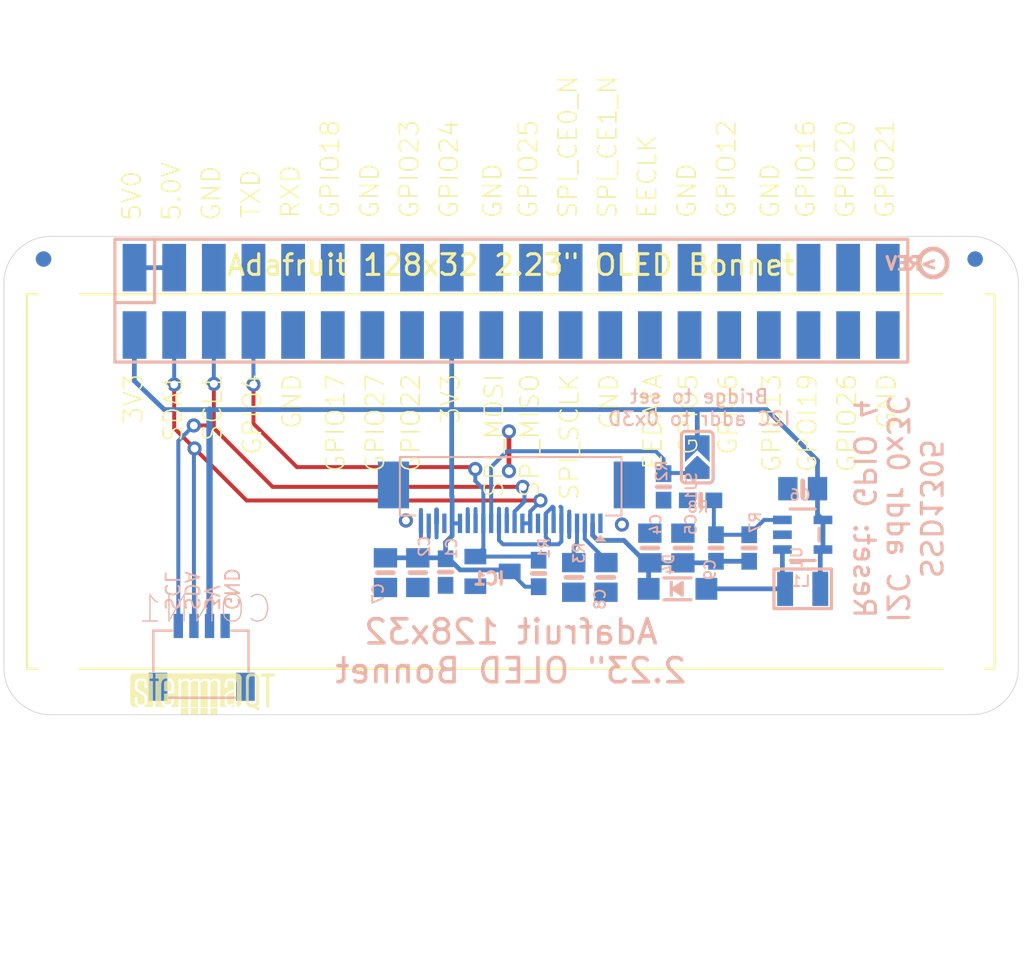
<source format=kicad_pcb>
(kicad_pcb (version 20211014) (generator pcbnew)
  (layers (0 "F.Cu" signal) (31 "B.Cu" signal) (34 "B.Paste" user) (35 "F.Paste" user) (36 "B.SilkS" user "B.Silkscreen") (37 "F.SilkS" user "F.Silkscreen") (38 "B.Mask" user) (39 "F.Mask" user) (44 "Edge.Cuts" user))
  (net 0 "")
  (net 1 "SCL")
  (net 2 "SDA")
  (net 3 "GND")
  (net 4 "RST")
  (net 5 "3.3V")
  (net 6 "5.0V")
  (net 7 "N$12")
  (net 8 "N$5")
  (net 9 "N$8")
  (net 10 "12V")
  (net 11 "N$2")
  (net 12 "SA0")
  (footprint "boardEagle:PI_BONNET_SMT" (layer "F.Cu") (at 116.0011 120.3338)
    (fp_text reference "RPI1" hide)
    (fp_text value "RASPBERRYPI_BPLUS_BONNETSMT" hide)
    (fp_text user "GND" (at 17.7676 -21.9334 90) (layer "F.SilkS") (effects (font (size 1.1684 1.1684) (thickness 0.1016)) (justify right top)))
    (fp_text user "GPIO12" (at 46.9776 -31.7378 90) (layer "F.SilkS") (effects (font (size 1.1684 1.1684) (thickness 0.1016)) (justify left bottom)))
    (fp_text user "3V3" (at 7.6076 -21.9334 90) (layer "F.SilkS") (effects (font (size 1.1684 1.1684) (thickness 0.1016)) (justify right top)))
    (fp_text user "GPIO17" (at 20.5616 -21.9334 90) (layer "F.SilkS") (effects (font (size 1.1684 1.1684) (thickness 0.1016)) (justify right top)))
    (fp_text user "SPI_MOSI" (at 30.7216 -21.9334 90) (layer "F.SilkS") (effects (font (size 1.1684 1.1684) (thickness 0.1016)) (justify right top)))
    (fp_text user "GPIO4" (at 15.2276 -21.9334 90) (layer "F.SilkS") (effects (font (size 1.1684 1.1684) (thickness 0.1016)) (justify right top)))
    (fp_text user "GPIO21" (at 57.1376 -31.7378 90) (layer "F.SilkS") (effects (font (size 1.1684 1.1684) (thickness 0.1016)) (justify left bottom)))
    (fp_text user "GPIO18" (at 21.5776 -31.7378 90) (layer "F.SilkS") (effects (font (size 1.1684 1.1684) (thickness 0.1016)) (justify left bottom)))
    (fp_text user "5V0" (at 8.8776 -31.5854 90) (layer "F.SilkS") (effects (font (size 1.1684 1.1684) (thickness 0.1016)) (justify left bottom)))
    (fp_text user "SPI_CE1_N" (at 39.3576 -31.7378 90) (layer "F.SilkS") (effects (font (size 1.1684 1.1684) (thickness 0.1016)) (justify left bottom)))
    (fp_text user "GPIO27" (at 23.1016 -21.9334 90) (layer "F.SilkS") (effects (font (size 1.1684 1.1684) (thickness 0.1016)) (justify right top)))
    (fp_text user "SCL1" (at 12.6876 -21.9334 90) (layer "F.SilkS") (effects (font (size 1.1684 1.1684) (thickness 0.1016)) (justify right top)))
    (fp_text user "3V3" (at 27.9276 -21.9334 90) (layer "F.SilkS") (effects (font (size 1.1684 1.1684) (thickness 0.1016)) (justify right top)))
    (fp_text user "GPIO20" (at 54.5976 -31.7378 90) (layer "F.SilkS") (effects (font (size 1.1684 1.1684) (thickness 0.1016)) (justify left bottom)))
    (fp_text user "EECLK" (at 41.8976 -31.7378 90) (layer "F.SilkS") (effects (font (size 1.1684 1.1684) (thickness 0.1016)) (justify left bottom)))
    (fp_text user "SDA1" (at 10.1476 -21.9334 90) (layer "F.SilkS") (effects (font (size 1.1684 1.1684) (thickness 0.1016)) (justify right top)))
    (fp_text user "GPIO26" (at 53.3276 -21.9334 90) (layer "F.SilkS") (effects (font (size 1.1684 1.1684) (thickness 0.1016)) (justify right top)))
    (fp_text user "GND" (at 38.0876 -21.9334 90) (layer "F.SilkS") (effects (font (size 1.1684 1.1684) (thickness 0.1016)) (justify right top)))
    (fp_text user "TXD" (at 16.4976 -31.7378 90) (layer "F.SilkS") (effects (font (size 1.1684 1.1684) (thickness 0.1016)) (justify left bottom)))
    (fp_text user "GND" (at 24.1176 -31.7378 90) (layer "F.SilkS") (effects (font (size 1.1684 1.1684) (thickness 0.1016)) (justify left bottom)))
    (fp_text user "EEDATA" (at 40.8816 -21.9334 90) (layer "F.SilkS") (effects (font (size 1.1684 1.1684) (thickness 0.1016)) (justify right top)))
    (fp_text user "GPIO13" (at 48.5016 -21.9334 90) (layer "F.SilkS") (effects (font (size 1.1684 1.1684) (thickness 0.1016)) (justify right top)))
    (fp_text user "GPIO5" (at 43.1676 -21.9334 90) (layer "F.SilkS") (effects (font (size 1.1684 1.1684) (thickness 0.1016)) (justify right top)))
    (fp_text user "5.0V" (at 11.4176 -31.5854 90) (layer "F.SilkS") (effects (font (size 1.1684 1.1684) (thickness 0.1016)) (justify left bottom)))
    (fp_text user "GPIO25" (at 34.2776 -31.7378 90) (layer "F.SilkS") (effects (font (size 1.1684 1.1684) (thickness 0.1016)) (justify left bottom)))
    (fp_text user "GPIO22" (at 25.3876 -21.9334 90) (layer "F.SilkS") (effects (font (size 1.1684 1.1684) (thickness 0.1016)) (justify right top)))
    (fp_text user "GPIO6" (at 45.7076 -21.9334 90) (layer "F.SilkS") (effects (font (size 1.1684 1.1684) (thickness 0.1016)) (justify right top)))
    (fp_text user "GPOI19" (at 50.7876 -21.9334 90) (layer "F.SilkS") (effects (font (size 1.1684 1.1684) (thickness 0.1016)) (justify right top)))
    (fp_text user "GND" (at 44.4376 -31.7378 90) (layer "F.SilkS") (effects (font (size 1.1684 1.1684) (thickness 0.1016)) (justify left bottom)))
    (fp_text user "GND" (at 49.7716 -31.7378 90) (layer "F.SilkS") (effects (font (size 1.1684 1.1684) (thickness 0.1016)) (justify left bottom)))
    (fp_text user "GPIO16" (at 52.0576 -31.7378 90) (layer "F.SilkS") (effects (font (size 1.1684 1.1684) (thickness 0.1016)) (justify left bottom)))
    (fp_text user "RXD" (at 19.0376 -31.7378 90) (layer "F.SilkS") (effects (font (size 1.1684 1.1684) (thickness 0.1016)) (justify left bottom)))
    (fp_text user "GND" (at 13.9576 -31.5854 90) (layer "F.SilkS") (effects (font (size 1.1684 1.1684) (thickness 0.1016)) (justify left bottom)))
    (fp_text user "SPI_SCLK" (at 35.5476 -21.9334 90) (layer "F.SilkS") (effects (font (size 1.1684 1.1684) (thickness 0.1016)) (justify right top)))
    (fp_text user "SPI_MISO" (at 33.0076 -21.9334 90) (layer "F.SilkS") (effects (font (size 1.1684 1.1684) (thickness 0.1016)) (justify right top)))
    (fp_text user "GND" (at 31.9916 -31.7378 90) (layer "F.SilkS") (effects (font (size 1.1684 1.1684) (thickness 0.1016)) (justify left bottom)))
    (fp_text user "GPIO23" (at 26.6576 -31.7378 90) (layer "F.SilkS") (effects (font (size 1.1684 1.1684) (thickness 0.1016)) (justify left bottom)))
    (fp_text user "SPI_CE0_N" (at 36.8176 -31.7378 90) (layer "F.SilkS") (effects (font (size 1.1684 1.1684) (thickness 0.1016)) (justify left bottom)))
    (fp_text user "GND" (at 55.8676 -21.9334 90) (layer "F.SilkS") (effects (font (size 1.1684 1.1684) (thickness 0.1016)) (justify right top)))
    (fp_text user "GPIO24" (at 29.1976 -31.7378 90) (layer "F.SilkS") (effects (font (size 1.1684 1.1684) (thickness 0.1016)) (justify left bottom)))
    (fp_line (start 3 0) (end 62 0) (layer "Edge.Cuts") (width 0.05))
    (fp_line (start 62 -30.6604) (end 3 -30.6604) (layer "Edge.Cuts") (width 0.05))
    (fp_line (start 0 -27.6604) (end 0 -3) (layer "Edge.Cuts") (width 0.05))
    (fp_line (start 65 -3) (end 65 -27.6604) (layer "Edge.Cuts") (width 0.05))
    (fp_arc (start 62 -30.6604) (mid 64.12132 -29.78172) (end 65 -27.6604) (layer "Edge.Cuts") (width 0.05))
    (fp_arc (start 3 0) (mid 0.87868 -0.87868) (end 0 -3) (layer "Edge.Cuts") (width 0.05))
    (fp_arc (start 65 -3) (mid 64.12132 -0.87868) (end 62 0) (layer "Edge.Cuts") (width 0.05))
    (fp_arc (start 0 -27.6604) (mid 0.87868 -29.78172) (end 3 -30.6604) (layer "Edge.Cuts") (width 0.05))
    (pad "" np_thru_hole circle (at 3.5 -26.5) (size 2.8 2.8) (drill 2.8) (layers *.Cu *.Mask))
    (pad "" np_thru_hole circle (at 61.5 -26.5) (size 2.8 2.8) (drill 2.8) (layers *.Cu *.Mask))
    (pad "" np_thru_hole circle (at 3.5 -3.5) (size 2.8 2.8) (drill 2.8) (layers *.Cu *.Mask))
    (pad "" np_thru_hole circle (at 61.5 -3.5) (size 2.8 2.8) (drill 2.8) (layers *.Cu *.Mask))
    (pad "1" smd rect (at 8.3696 -24.3394 270) (size 3.048 1.524) (layers "B.Cu" "B.Paste" "B.Mask") (net 5 "3.3V"))
    (pad "2" smd rect (at 8.3696 -28.6574 270) (size 3.048 1.524) (layers "B.Cu" "B.Paste" "B.Mask") (net 6 "5.0V"))
    (pad "3" smd rect (at 10.9096 -24.3394 90) (size 3.048 1.524) (layers "B.Cu" "B.Paste" "B.Mask") (net 2 "SDA"))
    (pad "4" smd rect (at 10.9096 -28.6574 270) (size 3.048 1.524) (layers "B.Cu" "B.Paste" "B.Mask") (net 6 "5.0V"))
    (pad "5" smd rect (at 13.4496 -24.3394 90) (size 3.048 1.524) (layers "B.Cu" "B.Paste" "B.Mask") (net 1 "SCL"))
    (pad "6" smd rect (at 13.4496 -28.6574 270) (size 3.048 1.524) (layers "B.Cu" "B.Paste" "B.Mask") (net 3 "GND"))
    (pad "7" smd rect (at 15.9896 -24.3394 90) (size 3.048 1.524) (layers "B.Cu" "B.Paste" "B.Mask") (net 4 "RST"))
    (pad "8" smd rect (at 15.9896 -28.6574 270) (size 3.048 1.524) (layers "B.Cu" "B.Paste" "B.Mask"))
    (pad "9" smd rect (at 18.5296 -24.3394 90) (size 3.048 1.524) (layers "B.Cu" "B.Paste" "B.Mask") (net 3 "GND"))
    (pad "10" smd rect (at 18.5296 -28.6574 270) (size 3.048 1.524) (layers "B.Cu" "B.Paste" "B.Mask"))
    (pad "11" smd rect (at 21.0696 -24.3394 90) (size 3.048 1.524) (layers "B.Cu" "B.Paste" "B.Mask"))
    (pad "12" smd rect (at 21.0696 -28.6574 270) (size 3.048 1.524) (layers "B.Cu" "B.Paste" "B.Mask"))
    (pad "13" smd rect (at 23.6096 -24.3394 90) (size 3.048 1.524) (layers "B.Cu" "B.Paste" "B.Mask"))
    (pad "14" smd rect (at 23.6096 -28.6574 270) (size 3.048 1.524) (layers "B.Cu" "B.Paste" "B.Mask") (net 3 "GND"))
    (pad "15" smd rect (at 26.1496 -24.3394 90) (size 3.048 1.524) (layers "B.Cu" "B.Paste" "B.Mask"))
    (pad "16" smd rect (at 26.1496 -28.6574 270) (size 3.048 1.524) (layers "B.Cu" "B.Paste" "B.Mask"))
    (pad "17" smd rect (at 28.6896 -24.3394 90) (size 3.048 1.524) (layers "B.Cu" "B.Paste" "B.Mask") (net 5 "3.3V"))
    (pad "18" smd rect (at 28.6896 -28.6574 270) (size 3.048 1.524) (layers "B.Cu" "B.Paste" "B.Mask"))
    (pad "19" smd rect (at 31.2296 -24.3394 90) (size 3.048 1.524) (layers "B.Cu" "B.Paste" "B.Mask"))
    (pad "20" smd rect (at 31.2296 -28.6574 270) (size 3.048 1.524) (layers "B.Cu" "B.Paste" "B.Mask") (net 3 "GND"))
    (pad "21" smd rect (at 33.7696 -24.3394 90) (size 3.048 1.524) (layers "B.Cu" "B.Paste" "B.Mask"))
    (pad "22" smd rect (at 33.7696 -28.6574 270) (size 3.048 1.524) (layers "B.Cu" "B.Paste" "B.Mask"))
    (pad "23" smd rect (at 36.3096 -24.3394 90) (size 3.048 1.524) (layers "B.Cu" "B.Paste" "B.Mask"))
    (pad "24" smd rect (at 36.3096 -28.6574 270) (size 3.048 1.524) (layers "B.Cu" "B.Paste" "B.Mask"))
    (pad "25" smd rect (at 38.8496 -24.3394 90) (size 3.048 1.524) (layers "B.Cu" "B.Paste" "B.Mask") (net 3 "GND"))
    (pad "26" smd rect (at 38.8496 -28.6574 270) (size 3.048 1.524) (layers "B.Cu" "B.Paste" "B.Mask"))
    (pad "27" smd rect (at 41.3896 -24.3394 90) (size 3.048 1.524) (layers "B.Cu" "B.Paste" "B.Mask"))
    (pad "28" smd rect (at 41.3896 -28.6574 270) (size 3.048 1.524) (layers "B.Cu" "B.Paste" "B.Mask"))
    (pad "29" smd rect (at 43.9296 -24.3394 90) (size 3.048 1.524) (layers "B.Cu" "B.Paste" "B.Mask"))
    (pad "30" smd rect (at 43.9296 -28.6574 270) (size 3.048 1.524) (layers "B.Cu" "B.Paste" "B.Mask") (net 3 "GND"))
    (pad "31" smd rect (at 46.4696 -24.3394 90) (size 3.048 1.524) (layers "B.Cu" "B.Paste" "B.Mask"))
    (pad "32" smd rect (at 46.4696 -28.6574 270) (size 3.048 1.524) (layers "B.Cu" "B.Paste" "B.Mask"))
    (pad "33" smd rect (at 49.0096 -24.3394 90) (size 3.048 1.524) (layers "B.Cu" "B.Paste" "B.Mask"))
    (pad "34" smd rect (at 49.0096 -28.6574 270) (size 3.048 1.524) (layers "B.Cu" "B.Paste" "B.Mask") (net 3 "GND"))
    (pad "35" smd rect (at 51.5496 -24.3394 90) (size 3.048 1.524) (layers "B.Cu" "B.Paste" "B.Mask"))
    (pad "36" smd rect (at 51.5496 -28.6574 270) (size 3.048 1.524) (layers "B.Cu" "B.Paste" "B.Mask"))
    (pad "37" smd rect (at 54.0896 -24.3394 90) (size 3.048 1.524) (layers "B.Cu" "B.Paste" "B.Mask"))
    (pad "38" smd rect (at 54.0896 -28.6574 270) (size 3.048 1.524) (layers "B.Cu" "B.Paste" "B.Mask"))
    (pad "39" smd rect (at 56.6296 -24.3394 90) (size 3.048 1.524) (layers "B.Cu" "B.Paste" "B.Mask") (net 3 "GND"))
    (pad "40" smd rect (at 56.6296 -28.6574 270) (size 3.048 1.524) (layers "B.Cu" "B.Paste" "B.Mask"))
    (pad "41" smd roundrect (at 2.54 -29.21 180) (size 1 1) (layers "B.Cu" "B.Mask") (roundrect_rratio 0.5))
    (pad "42" smd roundrect (at 62.23 -29.21 180) (size 1 1) (layers "B.Cu" "B.Mask") (roundrect_rratio 0.5))
  )
  (footprint "boardEagle:STEMMAQT" (layer "F.Cu") (at 124.1037 120.3338)
    (fp_text reference "U$11" hide)
    (fp_text value "" hide)
  )
  (footprint "boardEagle:2.23OLED_BOTTOM_CONTACT" (layer "F.Cu") (at 148.4757 105.5818)
    (fp_text reference "U$33" hide)
    (fp_text value "2.23_INCH_OLEDBOTTOM_CONTACT_24_PIN_OLED")
    (pad "1" smd rect (at -5.755 2.484 180) (size 0.275 1.25) (layers "B.Cu" "B.Paste" "B.Mask") (net 3 "GND"))
    (pad "2" smd rect (at -5.255 2.484 180) (size 0.275 1.25) (layers "B.Cu" "B.Paste" "B.Mask") (net 3 "GND"))
    (pad "3" smd rect (at -4.755 2.484 180) (size 0.275 1.25) (layers "B.Cu" "B.Paste" "B.Mask") (net 3 "GND"))
    (pad "4" smd rect (at -4.255 2.484 180) (size 0.275 1.25) (layers "B.Cu" "B.Paste" "B.Mask"))
    (pad "5" smd rect (at -3.755 2.484 180) (size 0.275 1.25) (layers "B.Cu" "B.Paste" "B.Mask") (net 5 "3.3V"))
    (pad "6" smd rect (at -3.255 2.484 180) (size 0.275 1.25) (layers "B.Cu" "B.Paste" "B.Mask") (net 5 "3.3V"))
    (pad "7" smd rect (at -2.755 2.484 180) (size 0.275 1.25) (layers "B.Cu" "B.Paste" "B.Mask") (net 3 "GND"))
    (pad "8" smd rect (at -2.255 2.484 180) (size 0.275 1.25) (layers "B.Cu" "B.Paste" "B.Mask") (net 3 "GND"))
    (pad "9" smd rect (at -1.755 2.484 180) (size 0.275 1.25) (layers "B.Cu" "B.Paste" "B.Mask") (net 4 "RST"))
    (pad "10" smd rect (at -1.255 2.484 180) (size 0.275 1.25) (layers "B.Cu" "B.Paste" "B.Mask") (net 12 "SA0"))
    (pad "11" smd rect (at -0.755 2.484 180) (size 0.275 1.25) (layers "B.Cu" "B.Paste" "B.Mask") (net 3 "GND"))
    (pad "12" smd rect (at -0.255 2.484 180) (size 0.275 1.25) (layers "B.Cu" "B.Paste" "B.Mask") (net 3 "GND"))
    (pad "13" smd rect (at 0.245 2.484 180) (size 0.275 1.25) (layers "B.Cu" "B.Paste" "B.Mask") (net 1 "SCL"))
    (pad "14" smd rect (at 0.745 2.484 180) (size 0.275 1.25) (layers "B.Cu" "B.Paste" "B.Mask") (net 2 "SDA"))
    (pad "15" smd rect (at 1.245 2.484 180) (size 0.275 1.25) (layers "B.Cu" "B.Paste" "B.Mask") (net 2 "SDA"))
    (pad "16" smd rect (at 1.745 2.484 180) (size 0.275 1.25) (layers "B.Cu" "B.Paste" "B.Mask") (net 3 "GND"))
    (pad "17" smd rect (at 2.245 2.484 180) (size 0.275 1.25) (layers "B.Cu" "B.Paste" "B.Mask") (net 3 "GND"))
    (pad "18" smd rect (at 2.745 2.484 180) (size 0.275 1.25) (layers "B.Cu" "B.Paste" "B.Mask") (net 3 "GND"))
    (pad "19" smd rect (at 3.245 2.484 180) (size 0.275 1.25) (layers "B.Cu" "B.Paste" "B.Mask") (net 3 "GND"))
    (pad "20" smd rect (at 3.745 2.484 180) (size 0.275 1.25) (layers "B.Cu" "B.Paste" "B.Mask") (net 3 "GND"))
    (pad "21" smd rect (at 4.245 2.484 180) (size 0.275 1.25) (layers "B.Cu" "B.Paste" "B.Mask") (net 11 "N$2"))
    (pad "22" smd rect (at 4.745 2.484 180) (size 0.275 1.25) (layers "B.Cu" "B.Paste" "B.Mask") (net 7 "N$12"))
    (pad "23" smd rect (at 5.245 2.484 180) (size 0.275 1.25) (layers "B.Cu" "B.Paste" "B.Mask") (net 10 "12V"))
    (pad "24" smd rect (at 5.745 2.484 180) (size 0.275 1.25) (layers "B.Cu" "B.Paste" "B.Mask") (net 3 "GND"))
    (pad "SPRT1" smd rect (at 7.595 0.024 270) (size 3 2) (layers "B.Cu" "B.Paste" "B.Mask") (net 3 "GND"))
    (pad "SPRT2" smd rect (at -7.515 0.024 270) (size 3 2) (layers "B.Cu" "B.Paste" "B.Mask") (net 3 "GND"))
  )
  (footprint "boardEagle:INDUCTOR_1007" (layer "B.Cu") (at 167.1797 112.2648 180)
    (fp_text reference "L1" (at 0.808 0.499) (layer "B.SilkS") (effects (font (size 0.692831 0.692831) (thickness 0.119969)) (justify right mirror)))
    (fp_text value "10uH")
    (pad "P$1" smd rect (at -1.127 0 180) (size 1.016 2.2) (layers "B.Cu" "B.Paste" "B.Mask") (net 5 "3.3V"))
    (pad "P$2" smd rect (at 1.127 0 180) (size 1.016 2.2) (layers "B.Cu" "B.Paste" "B.Mask") (net 8 "N$5"))
  )
  (footprint "boardEagle:0603-NO" (layer "B.Cu") (at 150.2612 111.2788 -90)
    (fp_text reference "R1" (at -0.851 -0.343 -270) (layer "B.SilkS") (effects (font (size 0.692831 0.692831) (thickness 0.119969)) (justify right mirror)))
    (fp_text value "10K")
    (pad "1" smd rect (at -0.85 0 270) (size 1.075 1) (layers "B.Cu" "B.Paste" "B.Mask") (net 4 "RST"))
    (pad "2" smd rect (at 0.85 0 270) (size 1.075 1) (layers "B.Cu" "B.Paste" "B.Mask") (net 5 "3.3V"))
  )
  (footprint "boardEagle:0603-NO" (layer "B.Cu") (at 163.7517 109.6475 -90)
    (fp_text reference "R7" (at -0.889 -0.381 -270) (layer "B.SilkS") (effects (font (size 0.692831 0.692831) (thickness 0.119969)) (justify right mirror)))
    (fp_text value "100K")
    (pad "1" smd rect (at -0.85 0 270) (size 1.075 1) (layers "B.Cu" "B.Paste" "B.Mask") (net 9 "N$8"))
    (pad "2" smd rect (at 0.85 0 270) (size 1.075 1) (layers "B.Cu" "B.Paste" "B.Mask") (net 10 "12V"))
  )
  (footprint "boardEagle:0805-NO" (layer "B.Cu") (at 167.1797 105.8458)
    (fp_text reference "C6" (at 0.589 0.401) (layer "B.SilkS") (effects (font (size 0.692831 0.692831) (thickness 0.119969)) (justify left mirror)))
    (fp_text value "10uF")
    (pad "1" smd rect (at -0.95 0) (size 1.24 1.5) (layers "B.Cu" "B.Paste" "B.Mask") (net 3 "GND"))
    (pad "2" smd rect (at 0.95 0) (size 1.24 1.5) (layers "B.Cu" "B.Paste" "B.Mask") (net 5 "3.3V"))
  )
  (footprint "boardEagle:SOD-123" (layer "B.Cu") (at 159.1607 112.2648)
    (fp_text reference "D4" (at -0.572 -0.816 -90) (layer "B.SilkS") (effects (font (size 0.692831 0.692831) (thickness 0.119969)) (justify right mirror)))
    (fp_text value "MBR120")
    (pad "A" smd rect (at 1.85 0 270) (size 1.4 1.4) (layers "B.Cu" "B.Paste" "B.Mask") (net 8 "N$5"))
    (pad "C" smd rect (at -1.85 0 270) (size 1.4 1.4) (layers "B.Cu" "B.Paste" "B.Mask") (net 10 "12V"))
  )
  (footprint "boardEagle:SOT23-5" (layer "B.Cu") (at 167.1797 108.7978 90)
    (fp_text reference "U1" (at -0.689 -0.381 90) (layer "B.SilkS") (effects (font (size 0.692831 0.692831) (thickness 0.119969)) (justify left mirror)))
    (fp_text value "FAN5331")
    (pad "1" smd rect (at -0.95 -1.3001 90) (size 0.55 1.2) (layers "B.Cu" "B.Paste" "B.Mask") (net 8 "N$5"))
    (pad "2" smd rect (at 0 -1.3001 90) (size 0.55 1.2) (layers "B.Cu" "B.Paste" "B.Mask") (net 3 "GND"))
    (pad "3" smd rect (at 0.95 -1.3001 90) (size 0.55 1.2) (layers "B.Cu" "B.Paste" "B.Mask") (net 9 "N$8"))
    (pad "4" smd rect (at 0.95 1.3001 90) (size 0.55 1.2) (layers "B.Cu" "B.Paste" "B.Mask") (net 5 "3.3V"))
    (pad "5" smd rect (at -0.95 1.3001 90) (size 0.55 1.2) (layers "B.Cu" "B.Paste" "B.Mask") (net 5 "3.3V"))
  )
  (footprint "boardEagle:JST_SH4" (layer "B.Cu") (at 128.6757 117.1588 180)
    (fp_text reference "CONN1" (at -4.6 3.614) (layer "B.SilkS") (effects (font (size 1.703222 1.703222) (thickness 0.074778)) (justify left mirror)))
    (fp_text value "STEMMA_I2C_QT" hide)
    (pad "1" smd rect (at -1.5 2.514 90) (size 1.55 0.6) (layers "B.Cu" "B.Paste" "B.Mask") (net 3 "GND"))
    (pad "2" smd rect (at -0.5 2.514 90) (size 1.55 0.6) (layers "B.Cu" "B.Paste" "B.Mask") (net 5 "3.3V"))
    (pad "3" smd rect (at 0.5 2.514 90) (size 1.55 0.6) (layers "B.Cu" "B.Paste" "B.Mask") (net 2 "SDA"))
    (pad "4" smd rect (at 1.5 2.514 90) (size 1.55 0.6) (layers "B.Cu" "B.Paste" "B.Mask") (net 1 "SCL"))
    (pad "MT1" smd rect (at -2.8 -1.386 90) (size 1.8 1.2) (layers "B.Cu" "B.Paste" "B.Mask"))
    (pad "MT2" smd rect (at 2.8 -1.386 90) (size 1.8 1.2) (layers "B.Cu" "B.Paste" "B.Mask"))
  )
  (footprint "boardEagle:0603-NO" (layer "B.Cu") (at 158.2667 105.7288 90)
    (fp_text reference "R2" (at 1.778 -0.127 90) (layer "B.SilkS") (effects (font (size 0.692831 0.692831) (thickness 0.119969)) (justify left mirror)))
    (fp_text value "10K")
    (pad "1" smd rect (at -0.85 0 90) (size 1.075 1) (layers "B.Cu" "B.Paste" "B.Mask") (net 3 "GND"))
    (pad "2" smd rect (at 0.85 0 90) (size 1.075 1) (layers "B.Cu" "B.Paste" "B.Mask") (net 12 "SA0"))
  )
  (footprint "boardEagle:0805-NO" (layer "B.Cu") (at 152.5116 111.5328 90)
    (fp_text reference "R3" (at 0.813 0.3342 90) (layer "B.SilkS") (effects (font (size 0.692831 0.692831) (thickness 0.119969)) (justify right mirror)))
    (fp_text value "910K")
    (pad "1" smd rect (at -0.95 0 90) (size 1.24 1.5) (layers "B.Cu" "B.Paste" "B.Mask") (net 3 "GND"))
    (pad "2" smd rect (at 0.95 0 90) (size 1.24 1.5) (layers "B.Cu" "B.Paste" "B.Mask") (net 11 "N$2"))
  )
  (footprint "boardEagle:0805-NO" (layer "B.Cu") (at 154.5737 111.5328 90)
    (fp_text reference "C8" (at -0.635 -0.381 90) (layer "B.SilkS") (effects (font (size 0.692831 0.692831) (thickness 0.119969)) (justify left mirror)))
    (fp_text value "10uF")
    (pad "1" smd rect (at -0.95 0 90) (size 1.24 1.5) (layers "B.Cu" "B.Paste" "B.Mask") (net 3 "GND"))
    (pad "2" smd rect (at 0.95 0 90) (size 1.24 1.5) (layers "B.Cu" "B.Paste" "B.Mask") (net 7 "N$12"))
  )
  (footprint "boardEagle:0603-NO" (layer "B.Cu") (at 160.6387 106.5938)
    (fp_text reference "R8" (at 0.59 0.429) (layer "B.SilkS") (effects (font (size 0.692831 0.692831) (thickness 0.119969)) (justify left mirror)))
    (fp_text value "10K")
    (pad "1" smd rect (at -0.85 0) (size 1.075 1) (layers "B.Cu" "B.Paste" "B.Mask") (net 3 "GND"))
    (pad "2" smd rect (at 0.85 0) (size 1.075 1) (layers "B.Cu" "B.Paste" "B.Mask") (net 9 "N$8"))
  )
  (footprint "boardEagle:0805-NO" (layer "B.Cu") (at 142.5187 111.2278 -90)
    (fp_text reference "C2" (at -0.927 -0.419 -270) (layer "B.SilkS") (effects (font (size 0.692831 0.692831) (thickness 0.119969)) (justify right mirror)))
    (fp_text value "10uF")
    (pad "1" smd rect (at -0.95 0 270) (size 1.24 1.5) (layers "B.Cu" "B.Paste" "B.Mask") (net 5 "3.3V"))
    (pad "2" smd rect (at 0.95 0 270) (size 1.24 1.5) (layers "B.Cu" "B.Paste" "B.Mask") (net 3 "GND"))
  )
  (footprint "boardEagle:SOLDERJUMPER_ARROW_NOPASTE" (layer "B.Cu") (at 160.4257 103.8238 90)
    (fp_text reference "SJ1" (at -0.889 -0.381 90) (layer "B.SilkS") (effects (font (size 0.692831 0.692831) (thickness 0.119969)) (justify left mirror)))
    (fp_text value "")
    (fp_poly (pts (xy 0.106121 -0.002663) (xy -0.679416 -0.7882) (xy -1.3946 -0.7882) (xy -1.3946 0.7882) (xy -0.62715 0.7882)) (layer "B.Cu") (width 0) (fill solid))
    (fp_poly (pts (xy 1.3946 -0.7882) (xy -0.315893 -0.7882) (xy 0.443148 0) (xy -0.315893 0.7882) (xy 1.3946 0.7882)) (layer "B.Cu") (width 0) (fill solid))
    (pad "1" smd roundrect (at -1.016 0 90) (size 0.762 1.524) (layers "B.Cu") (net 12 "SA0"))
    (pad "2" smd roundrect (at 1.016 0 90) (size 0.762 1.524) (layers "B.Cu") (net 5 "3.3V"))
  )
  (footprint "boardEagle:PCBFEAT-REV-040" (layer "B.Cu") (at 175.5387 91.3778 180)
    (fp_text reference "U$2" hide)
    (fp_text value "" hide)
    (fp_text user ">REV" (at -0.3556 -0.508) (layer "B.SilkS") (effects (font (size 0.8128 0.8128) (thickness 0.2032)) (justify left bottom mirror)))
  )
  (footprint "boardEagle:0603-NO" (layer "B.Cu") (at 161.625968 109.6475 90)
    (fp_text reference "C9" (at -0.635 -0.381 90) (layer "B.SilkS") (effects (font (size 0.692831 0.692831) (thickness 0.119969)) (justify left mirror)))
    (fp_text value "0.1uF")
    (pad "1" smd rect (at -0.85 0 90) (size 1.075 1) (layers "B.Cu" "B.Paste" "B.Mask") (net 10 "12V"))
    (pad "2" smd rect (at 0.85 0 90) (size 1.075 1) (layers "B.Cu" "B.Paste" "B.Mask") (net 9 "N$8"))
  )
  (footprint "boardEagle:0805-NO" (layer "B.Cu") (at 159.504637 109.6475 -90)
    (fp_text reference "C5" (at -0.762 -0.508 -270) (layer "B.SilkS") (effects (font (size 0.692831 0.692831) (thickness 0.119969)) (justify right mirror)))
    (fp_text value "10uF")
    (pad "1" smd rect (at -0.95 0 270) (size 1.24 1.5) (layers "B.Cu" "B.Paste" "B.Mask") (net 3 "GND"))
    (pad "2" smd rect (at 0.95 0 270) (size 1.24 1.5) (layers "B.Cu" "B.Paste" "B.Mask") (net 10 "12V"))
  )
  (footprint "boardEagle:0805-NO" (layer "B.Cu") (at 140.4477 111.2278 90)
    (fp_text reference "C7" (at -0.597 -0.47 90) (layer "B.SilkS") (effects (font (size 0.692831 0.692831) (thickness 0.119969)) (justify left mirror)))
    (fp_text value "2.2uF")
    (pad "1" smd rect (at -0.95 0 90) (size 1.24 1.5) (layers "B.Cu" "B.Paste" "B.Mask") (net 3 "GND"))
    (pad "2" smd rect (at 0.95 0 90) (size 1.24 1.5) (layers "B.Cu" "B.Paste" "B.Mask") (net 5 "3.3V"))
  )
  (footprint "boardEagle:0603-NO" (layer "B.Cu") (at 144.2967 111.1898 -90)
    (fp_text reference "C1" (at -0.762 -0.381 -270) (layer "B.SilkS") (effects (font (size 0.692831 0.692831) (thickness 0.119969)) (justify right mirror)))
    (fp_text value "0.1uF")
    (pad "1" smd rect (at -0.85 0 270) (size 1.075 1) (layers "B.Cu" "B.Paste" "B.Mask") (net 5 "3.3V"))
    (pad "2" smd rect (at 0.85 0 270) (size 1.075 1) (layers "B.Cu" "B.Paste" "B.Mask") (net 3 "GND"))
  )
  (footprint "boardEagle:SOT23" (layer "B.Cu") (at 147.3067 111.1464 90)
    (fp_text reference "IC1" (at -0.4624 0.8836 180) (layer "B.SilkS") (effects (font (size 0.805688 0.805688) (thickness 0.210312)) (justify left mirror)))
    (fp_text value "APX803S-29SA")
    (pad "1" smd rect (at -0.95 -1.1 90) (size 1 1.4) (layers "B.Cu" "B.Paste" "B.Mask") (net 3 "GND"))
    (pad "2" smd rect (at 0.95 -1.1 90) (size 1 1.4) (layers "B.Cu" "B.Paste" "B.Mask") (net 4 "RST"))
    (pad "3" smd rect (at 0 1.1 90) (size 1 1.4) (layers "B.Cu" "B.Paste" "B.Mask") (net 5 "3.3V"))
  )
  (footprint "boardEagle:0805-NO" (layer "B.Cu") (at 157.387706 109.6475 -90)
    (fp_text reference "C4" (at -0.762 -0.381 -270) (layer "B.SilkS") (effects (font (size 0.692831 0.692831) (thickness 0.119969)) (justify right mirror)))
    (fp_text value "10uF")
    (pad "1" smd rect (at -0.95 0 270) (size 1.24 1.5) (layers "B.Cu" "B.Paste" "B.Mask") (net 3 "GND"))
    (pad "2" smd rect (at 0.95 0 270) (size 1.24 1.5) (layers "B.Cu" "B.Paste" "B.Mask") (net 10 "12V"))
  )
  (gr_text "SCL" (at 126.7707 113.7298 -90) (layer "B.SilkS") (effects (font (size 0.89408 0.89408) (thickness 0.12192)) (justify left mirror)))
  (gr_text "GND" (at 130.5807 113.7298 -90) (layer "B.SilkS") (effects (font (size 0.89408 0.89408) (thickness 0.12192)) (justify left mirror)))
  (gr_text "SSD1305\nI2C addr 0x3C\nReset: GPIO 4" (at 173.2527 107.1258 -90) (layer "B.SilkS") (effects (font (size 1.32588 1.32588) (thickness 0.19812)) (justify mirror)))
  (gr_text "SDA" (at 128.0407 113.7298 -90) (layer "B.SilkS") (effects (font (size 0.89408 0.89408) (thickness 0.12192)) (justify left mirror)))
  (gr_text "3V" (at 129.3107 113.7298 -90) (layer "B.SilkS") (effects (font (size 0.89408 0.89408) (thickness 0.12192)) (justify left mirror)))
  (gr_text "Bridge to set\nI2C addr to 0x3D" (at 160.5527 100.6488) (layer "B.SilkS") (effects (font (size 0.88392 0.88392) (thickness 0.13208)) (justify mirror)))
  (gr_text "Adafruit 128x32\n2.23\" OLED Bonnet" (at 148.4877 116.2698) (layer "B.SilkS") (effects (font (size 1.54686 1.54686) (thickness 0.23114)) (justify mirror)))
  (gr_text "Adafruit 128x32 2.23\" OLED Bonnet" (at 148.4877 91.5048) (layer "F.SilkS") (effects (font (size 1.32588 1.32588) (thickness 0.19812))))
  (segment (start 129.450737 99.124844) (end 129.450737 99.505844) (width 0.254) (layer "F.Cu") (net 1))
  (segment (start 133.2181 105.7288) (end 149.2497 105.7288) (width 0.254) (layer "F.Cu") (net 1))
  (segment (start 133.2181 105.7288) (end 129.451265 101.961966) (width 0.254) (layer "F.Cu") (net 1))
  (segment (start 129.451265 101.961966) (end 129.450809 99.505916) (width 0.254) (layer "F.Cu") (net 1))
  (segment (start 128.1677 101.7918) (end 129.2811 101.7918) (width 0.254) (layer "F.Cu") (net 1))
  (segment (start 129.450809 99.505916) (end 129.450737 99.505844) (width 0.254) (layer "F.Cu") (net 1))
  (segment (start 129.2811 101.7918) (end 129.451265 101.961966) (width 0.254) (layer "F.Cu") (net 1))
  (via (at 149.2497 105.7288) (size 0.9064) (drill 0.5) (layers "F.Cu" "B.Cu") (net 1))
  (via (at 129.450737 99.124844) (size 0.9064) (drill 0.5) (layers "F.Cu" "B.Cu") (net 1))
  (via (at 128.1677 101.7918) (size 0.9064) (drill 0.5) (layers "F.Cu" "B.Cu") (net 1))
  (segment (start 127.1757 102.7838) (end 128.1677 101.7918) (width 0.254) (layer "B.Cu") (net 1))
  (segment (start 149.3557 106.6688) (end 148.7207 107.3038) (width 0.254) (layer "B.Cu") (net 1))
  (segment (start 129.4507 95.9944) (end 129.4507 99.124807) (width 0.254) (layer "B.Cu") (net 1))
  (segment (start 129.4507 99.124807) (end 129.450737 99.124844) (width 0.254) (layer "B.Cu") (net 1))
  (segment (start 127.1757 114.6448) (end 127.1757 102.7838) (width 0.254) (layer "B.Cu") (net 1))
  (segment (start 149.2497 105.7288) (end 149.3557 105.8348) (width 0.254) (layer "B.Cu") (net 1))
  (segment (start 148.7207 107.3038) (end 148.7207 108.0658) (width 0.254) (layer "B.Cu") (net 1))
  (segment (start 149.3557 105.8348) (end 149.3557 106.6688) (width 0.254) (layer "B.Cu") (net 1))
  (segment (start 131.550206 106.600907) (end 150.375806 106.600907) (width 0.254) (layer "F.Cu") (net 2))
  (segment (start 126.9107 99.1694) (end 126.911218 101.961919) (width 0.254) (layer "F.Cu") (net 2))
  (segment (start 128.2164 103.2671) (end 126.911218 101.961919) (width 0.254) (layer "F.Cu") (net 2))
  (segment (start 131.550206 106.600907) (end 128.2164 103.2671) (width 0.254) (layer "F.Cu") (net 2))
  (via (at 126.9107 99.1694) (size 0.9064) (drill 0.5) (layers "F.Cu" "B.Cu") (net 2))
  (via (at 128.2164 103.2671) (size 0.9064) (drill 0.5) (layers "F.Cu" "B.Cu") (net 2))
  (via (at 150.375806 106.600907) (size 0.9064) (drill 0.5) (layers "F.Cu" "B.Cu") (net 2))
  (segment (start 150.375806 106.600907) (end 150.375806 106.648694) (width 0.254) (layer "B.Cu") (net 2))
  (segment (start 128.1757 114.6448) (end 128.1757 103.3078) (width 0.254) (layer "B.Cu") (net 2))
  (segment (start 128.1757 103.3078) (end 128.2164 103.2671) (width 0.254) (layer "B.Cu") (net 2))
  (segment (start 149.7207 107.3038) (end 149.7207 108.0658) (width 0.254) (layer "B.Cu") (net 2))
  (segment (start 150.375806 106.648694) (end 149.7207 107.3038) (width 0.254) (layer "B.Cu") (net 2))
  (segment (start 149.7207 108.0658) (end 149.2207 108.0658) (width 0.254) (layer "B.Cu") (net 2))
  (segment (start 126.9107 95.9944) (end 126.9107 99.1694) (width 0.254) (layer "B.Cu") (net 2))
  (segment (start 148.3607 102.1728) (end 148.3607 104.7128) (width 0.3048) (layer "F.Cu") (net 3))
  (via (at 155.5997 108.1418) (size 0.9064) (drill 0.5) (layers "F.Cu" "B.Cu") (net 3))
  (via (at 141.7567 107.8878) (size 0.9064) (drill 0.5) (layers "F.Cu" "B.Cu") (net 3))
  (via (at 148.3607 102.1728) (size 0.9064) (drill 0.5) (layers "F.Cu" "B.Cu") (net 3))
  (via (at 148.3607 104.7128) (size 0.9064) (drill 0.5) (layers "F.Cu" "B.Cu") (net 3))
  (segment (start 151.2207 108.0658) (end 151.2207 107.0648) (width 0.254) (layer "B.Cu") (net 3))
  (segment (start 150.7207 108.0658) (end 150.7207 108.951825) (width 0.254) (layer "B.Cu") (net 3))
  (segment (start 147.7207 108.0658) (end 147.7207 107.1308) (width 0.254) (layer "B.Cu") (net 3))
  (segment (start 147.7207 109.1528) (end 147.9797 109.4118) (width 0.254) (layer "B.Cu") (net 3))
  (segment (start 148.2207 108.0658) (end 148.2207 107.1388) (width 0.254) (layer "B.Cu") (net 3))
  (segment (start 143.7207 108.0658) (end 143.7207 108.9718) (width 0.254) (layer "B.Cu") (net 3))
  (segment (start 152.2207 108.0658) (end 152.2207 108.9538) (width 0.254) (layer "B.Cu") (net 3))
  (segment (start 142.7207 108.0658) (end 142.7207 108.9558) (width 0.254) (layer "B.Cu") (net 3))
  (segment (start 150.7207 107.4328) (end 150.7207 108.0658) (width 0.254) (layer "B.Cu") (net 3))
  (segment (start 151.2207 107.0648) (end 151.1547 106.9988) (width 0.254) (layer "B.Cu") (net 3))
  (segment (start 152.2207 108.0658) (end 152.2207 107.3028) (width 0.254) (layer "B.Cu") (net 3))
  (segment (start 147.9797 109.4118) (end 151.5357 109.4118) (width 0.254) (layer "B.Cu") (net 3))
  (segment (start 142.7207 108.0658) (end 142.7207 107.2008) (width 0.254) (layer "B.Cu") (net 3))
  (segment (start 151.7207 109.2268) (end 151.7207 108.0658) (width 0.254) (layer "B.Cu") (net 3))
  (segment (start 145.7207 108.0658) (end 145.7207 107.1528) (width 0.254) (layer "B.Cu") (net 3))
  (segment (start 151.1547 106.9988) (end 150.7207 107.4328) (width 0.254) (layer "B.Cu") (net 3))
  (segment (start 143.2207 108.0658) (end 143.2207 108.9638) (width 0.254) (layer "B.Cu") (net 3))
  (segment (start 146.2207 108.0658) (end 146.2207 107.1448) (width 0.254) (layer "B.Cu") (net 3))
  (segment (start 151.7207 107.0568) (end 151.6627 106.9988) (width 0.254) (layer "B.Cu") (net 3))
  (segment (start 150.9294 109.160525) (end 150.9294 109.2848) (width 0.254) (layer "B.Cu") (net 3))
  (segment (start 150.7207 108.951825) (end 150.9294 109.160525) (width 0.254) (layer "B.Cu") (net 3))
  (segment (start 151.5357 109.4118) (end 151.7207 109.2268) (width 0.254) (layer "B.Cu") (net 3))
  (segment (start 151.7207 108.0658) (end 151.7207 107.0568) (width 0.254) (layer "B.Cu") (net 3))
  (segment (start 143.7207 108.0658) (end 143.7207 107.1938) (width 0.3048) (layer "B.Cu") (net 3))
  (segment (start 147.7207 108.0658) (end 147.7207 109.1528) (width 0.254) (layer "B.Cu") (net 3))
  (segment (start 131.990781 99.169319) (end 131.9907 99.1694) (width 0.254) (layer "F.Cu") (net 4))
  (segment (start 146.0747 104.4588) (end 146.2017 104.5858) (width 0.254) (layer "F.Cu") (net 4))
  (segment (start 134.7717 104.4588) (end 131.991315 101.678416) (width 0.254) (layer "F.Cu") (net 4))
  (segment (start 131.991315 101.678416) (end 131.990781 99.169319) (width 0.254) (layer "F.Cu") (net 4))
  (segment (start 134.7717 104.4588) (end 146.0747 104.4588) (width 0.254) (layer "F.Cu") (net 4))
  (via (at 131.9907 99.1694) (size 0.9064) (drill 0.5) (layers "F.Cu" "B.Cu") (net 4))
  (via (at 146.2017 104.5858) (size 0.9064) (drill 0.5) (layers "F.Cu" "B.Cu") (net 4))
  (segment (start 146.7207 105.8668) (end 146.7207 108.0658) (width 0.254) (layer "B.Cu") (net 4))
  (segment (start 146.2067 110.1964) (end 150.0288 110.1964) (width 0.254) (layer "B.Cu") (net 4))
  (segment (start 146.7207 109.6824) (end 146.2067 110.1964) (width 0.254) (layer "B.Cu") (net 4))
  (segment (start 131.9907 95.9944) (end 131.9907 99.1694) (width 0.254) (layer "B.Cu") (net 4))
  (segment (start 146.2017 104.5858) (end 146.2017 105.3478) (width 0.254) (layer "B.Cu") (net 4))
  (segment (start 146.2017 105.3478) (end 146.7207 105.8668) (width 0.254) (layer "B.Cu") (net 4))
  (segment (start 146.7207 108.0658) (end 146.7207 109.6824) (width 0.254) (layer "B.Cu") (net 4))
  (segment (start 150.0288 110.1964) (end 150.2612 110.4288) (width 0.254) (layer "B.Cu") (net 4))
  (segment (start 160.4257 100.7758) (end 144.6907 100.7758) (width 0.3048) (layer "B.Cu") (net 5))
  (segment (start 124.3577 96.0074) (end 124.3707 95.9944) (width 0.3048) (layer "B.Cu") (net 5))
  (segment (start 160.4257 102.8078) (end 160.4257 100.7758) (width 0.3048) (layer "B.Cu") (net 5))
  (segment (start 129.1757 100.95605) (end 129.168971 100.7758) (width 0.4064) (layer "B.Cu") (net 5))
  (segment (start 168.1297 104.0348) (end 168.1297 105.8458) (width 0.3048) (layer "B.Cu") (net 5))
  (segment (start 144.6907 100.7758) (end 144.6907 106.332907) (width 0.3048) (layer "B.Cu") (net 5))
  (segment (start 168.1297 107.4977) (end 168.1297 105.8458) (width 0.3048) (layer "B.Cu") (net 5))
  (segment (start 129.168971 100.7758) (end 144.6907 100.7758) (width 0.3048) (layer "B.Cu") (net 5))
  (segment (start 148.4067 111.1464) (end 149.3891 112.1288) (width 0.254) (layer "B.Cu") (net 5))
  (segment (start 168.3067 109.9209) (end 168.4798 109.7478) (width 0.3048) (layer "B.Cu") (net 5))
  (segment (start 124.3577 98.933441) (end 126.27479 100.7758) (width 0.3048) (layer "B.Cu") (net 5))
  (segment (start 168.4798 109.7478) (end 168.4798 107.8478) (width 0.3048) (layer "B.Cu") (net 5))
  (segment (start 144.6907 106.332907) (end 144.7207 106.362907) (width 0.3048) (layer "B.Cu") (net 5))
  (segment (start 168.3067 112.2648) (end 168.3067 109.9209) (width 0.3048) (layer "B.Cu") (net 5))
  (segment (start 126.27479 100.7758) (end 129.168971 100.7758) (width 0.3048) (layer "B.Cu") (net 5))
  (segment (start 144.2967 110.3398) (end 144.520206 110.3398) (width 0.3048) (layer "B.Cu") (net 5))
  (segment (start 144.520206 110.3398) (end 145.232406 111.052) (width 0.3048) (layer "B.Cu") (net 5))
  (segment (start 144.7207 108.8608) (end 144.7207 108.0658) (width 0.3048) (layer "B.Cu") (net 5))
  (segment (start 144.2347 110.2778) (end 142.5187 110.2778) (width 0.3048) (layer "B.Cu") (net 5))
  (segment (start 129.1757 114.6448) (end 129.1757 100.95605) (width 0.4064) (layer "B.Cu") (net 5))
  (segment (start 149.3891 112.1288) (end 150.2612 112.1288) (width 0.254) (layer "B.Cu") (net 5))
  (segment (start 144.2967 109.2848) (end 144.7207 108.8608) (width 0.3048) (layer "B.Cu") (net 5))
  (segment (start 164.8707 100.7758) (end 160.4257 100.7758) (width 0.3048) (layer "B.Cu") (net 5))
  (segment (start 124.3577 98.933441) (end 124.3577 96.0074) (width 0.3048) (layer "B.Cu") (net 5))
  (segment (start 145.2207 108.0658) (end 144.7207 108.0658) (width 0.254) (layer "B.Cu") (net 5))
  (segment (start 144.6907 95.9944) (end 144.6907 100.7758) (width 0.3048) (layer "B.Cu") (net 5))
  (segment (start 144.2967 110.3398) (end 144.2967 109.2848) (width 0.3048) (layer "B.Cu") (net 5))
  (segment (start 144.7207 106.362907) (end 144.7207 108.0658) (width 0.3048) (layer "B.Cu") (net 5))
  (segment (start 142.5187 110.2778) (end 140.4477 110.2778) (width 0.3048) (layer "B.Cu") (net 5))
  (segment (start 168.4798 107.8478) (end 168.1297 107.4977) (width 0.3048) (layer "B.Cu") (net 5))
  (segment (start 144.2967 110.3398) (end 144.2347 110.2778) (width 0.3048) (layer "B.Cu") (net 5))
  (segment (start 164.8707 100.7758) (end 168.1297 104.0348) (width 0.3048) (layer "B.Cu") (net 5))
  (segment (start 145.232406 111.052) (end 148.3123 111.052) (width 0.3048) (layer "B.Cu") (net 5))
  (segment (start 148.3123 111.052) (end 148.4067 111.1464) (width 0.3048) (layer "B.Cu") (net 5))
  (segment (start 126.9111 91.6768) (end 126.9107 91.6764) (width 0.3048) (layer "B.Cu") (net 6))
  (segment (start 124.3707 91.6764) (end 124.3711 91.6768) (width 0.3048) (layer "B.Cu") (net 6))
  (segment (start 126.9107 91.6764) (end 124.3707 91.6764) (width 0.3048) (layer "B.Cu") (net 6))
  (segment (start 126.9107 91.6764) (end 126.9111 91.6768) (width 0.3048) (layer "B.Cu") (net 6))
  (segment (start 124.3711 91.6768) (end 124.3707 91.6764) (width 0.3048) (layer "B.Cu") (net 6))
  (segment (start 154.5737 110.4178) (end 154.5737 110.5828) (width 0.254) (layer "B.Cu") (net 7))
  (segment (start 153.2207 109.0648) (end 154.5737 110.4178) (width 0.254) (layer "B.Cu") (net 7))
  (segment (start 153.2207 108.0658) (end 153.2207 109.0648) (width 0.254) (layer "B.Cu") (net 7))
  (segment (start 165.8796 112.0917) (end 165.8796 109.7478) (width 0.3048) (layer "B.Cu") (net 8))
  (segment (start 166.0527 112.2648) (end 161.0107 112.2648) (width 0.3048) (layer "B.Cu") (net 8))
  (segment (start 166.0527 112.2648) (end 165.8796 112.0917) (width 0.3048) (layer "B.Cu") (net 8))
  (segment (start 161.625968 108.7975) (end 161.4887 108.660232) (width 0.254) (layer "B.Cu") (net 9))
  (segment (start 163.7517 108.7975) (end 164.7014 107.8478) (width 0.254) (layer "B.Cu") (net 9))
  (segment (start 163.7517 108.7975) (end 161.625968 108.7975) (width 0.254) (layer "B.Cu") (net 9))
  (segment (start 164.7014 107.8478) (end 165.8796 107.8478) (width 0.254) (layer "B.Cu") (net 9))
  (segment (start 161.4887 108.660232) (end 161.4887 106.5938) (width 0.254) (layer "B.Cu") (net 9))
  (segment (start 157.1664 110.5975) (end 155.7267 109.1578) (width 0.3048) (layer "B.Cu") (net 10))
  (segment (start 155.7267 109.1578) (end 154.047306 109.1578) (width 0.3048) (layer "B.Cu") (net 10))
  (segment (start 157.3107 112.2648) (end 157.3107 110.674507) (width 0.3048) (layer "B.Cu") (net 10))
  (segment (start 153.7207 108.831194) (end 153.7207 108.0658) (width 0.3048) (layer "B.Cu") (net 10))
  (segment (start 157.387706 110.5975) (end 159.504637 110.5975) (width 0.3048) (layer "B.Cu") (net 10))
  (segment (start 161.525968 110.5975) (end 161.625968 110.4975) (width 0.3048) (layer "B.Cu") (net 10))
  (segment (start 161.625968 110.4975) (end 163.7517 110.4975) (width 0.3048) (layer "B.Cu") (net 10))
  (segment (start 157.387706 110.5975) (end 157.1664 110.5975) (width 0.3048) (layer "B.Cu") (net 10))
  (segment (start 159.504637 110.5975) (end 161.525968 110.5975) (width 0.3048) (layer "B.Cu") (net 10))
  (segment (start 157.3107 110.674507) (end 157.387706 110.5975) (width 0.3048) (layer "B.Cu") (net 10))
  (segment (start 154.047306 109.1578) (end 153.7207 108.831194) (width 0.3048) (layer "B.Cu") (net 10))
  (segment (start 152.7207 109.3698) (end 152.7207 108.0658) (width 0.254) (layer "B.Cu") (net 11))
  (segment (start 152.5116 109.5789) (end 152.7207 109.3698) (width 0.254) (layer "B.Cu") (net 11))
  (segment (start 152.5116 110.5828) (end 152.5116 109.5789) (width 0.254) (layer "B.Cu") (net 11))
  (segment (start 160.4257 104.8398) (end 158.2667 104.8398) (width 0.254) (layer "B.Cu") (net 12))
  (segment (start 147.2207 104.4558) (end 148.2337 103.4428) (width 0.254) (layer "B.Cu") (net 12))
  (segment (start 158.2667 104.8398) (end 158.2667 104.8788) (width 0.254) (layer "B.Cu") (net 12))
  (segment (start 148.2337 103.4428) (end 157.7587 103.4428) (width 0.254) (layer "B.Cu") (net 12))
  (segment (start 157.7587 103.4428) (end 158.2667 103.9508) (width 0.254) (layer "B.Cu") (net 12))
  (segment (start 147.2207 108.0658) (end 147.2207 104.4558) (width 0.254) (layer "B.Cu") (net 12))
  (segment (start 158.2667 103.9508) (end 158.2667 104.8398) (width 0.254) (layer "B.Cu") (net 12))
)
</source>
